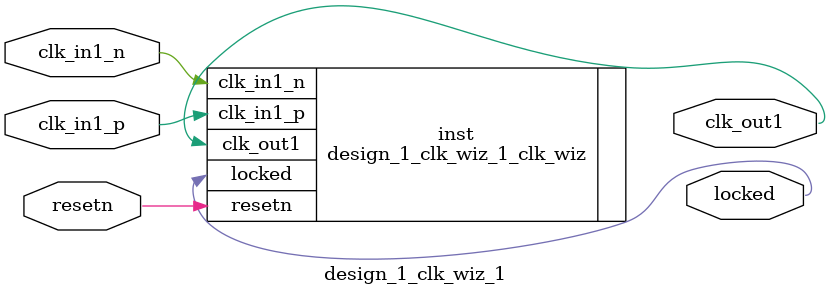
<source format=v>


`timescale 1ps/1ps

(* CORE_GENERATION_INFO = "design_1_clk_wiz_1,clk_wiz_v6_0_1_0_0,{component_name=design_1_clk_wiz_1,use_phase_alignment=true,use_min_o_jitter=false,use_max_i_jitter=false,use_dyn_phase_shift=false,use_inclk_switchover=false,use_dyn_reconfig=false,enable_axi=0,feedback_source=FDBK_AUTO,PRIMITIVE=MMCM,num_out_clk=1,clkin1_period=5.000,clkin2_period=10.0,use_power_down=false,use_reset=true,use_locked=true,use_inclk_stopped=false,feedback_type=SINGLE,CLOCK_MGR_TYPE=NA,manual_override=false}" *)

module design_1_clk_wiz_1 
 (
  // Clock out ports
  output        clk_out1,
  // Status and control signals
  input         resetn,
  output        locked,
 // Clock in ports
  input         clk_in1_p,
  input         clk_in1_n
 );

  design_1_clk_wiz_1_clk_wiz inst
  (
  // Clock out ports  
  .clk_out1(clk_out1),
  // Status and control signals               
  .resetn(resetn), 
  .locked(locked),
 // Clock in ports
  .clk_in1_p(clk_in1_p),
  .clk_in1_n(clk_in1_n)
  );

endmodule

</source>
